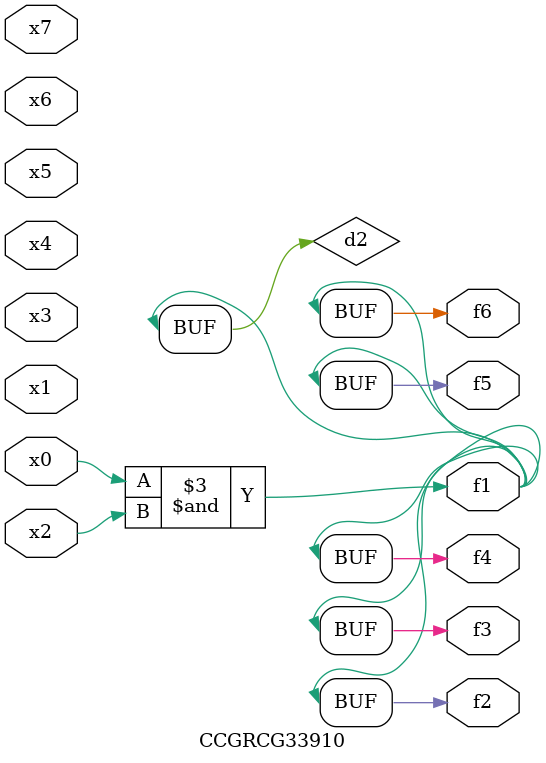
<source format=v>
module CCGRCG33910(
	input x0, x1, x2, x3, x4, x5, x6, x7,
	output f1, f2, f3, f4, f5, f6
);

	wire d1, d2;

	nor (d1, x3, x6);
	and (d2, x0, x2);
	assign f1 = d2;
	assign f2 = d2;
	assign f3 = d2;
	assign f4 = d2;
	assign f5 = d2;
	assign f6 = d2;
endmodule

</source>
